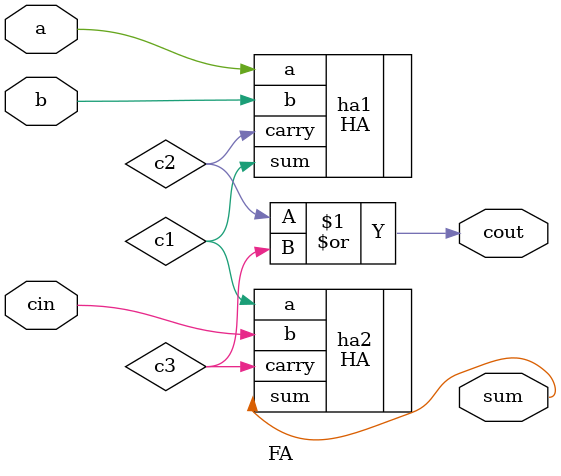
<source format=v>
module FA(
    input a,
    input b,
    input cin,
    output sum,
    output cout
    );
    
    wire sum1, c1, c2, c3;
    HA ha1(.a(a), .b(b), .sum(c1), .carry(c2));
    HA ha2(.a(c1), .b(cin), .sum(sum), .carry(c3));
    assign cout = c2 | c3; 
endmodule

</source>
